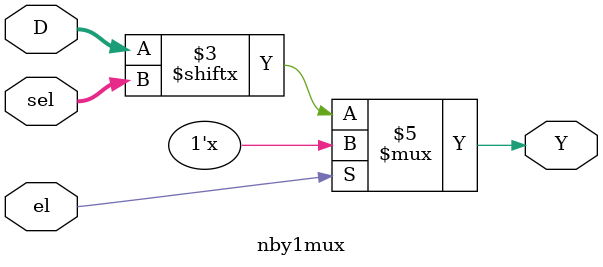
<source format=v>
module nby1mux #(parameter N=8) (input [N-1:0]D ,input [($clog2(N))-1:0]sel,input el,output reg Y);

always@(*)
begin
if(el==0) begin
Y=D[sel];
$display("selection is  = %b",sel);
end
else
Y=1'bz;
end

endmodule

</source>
